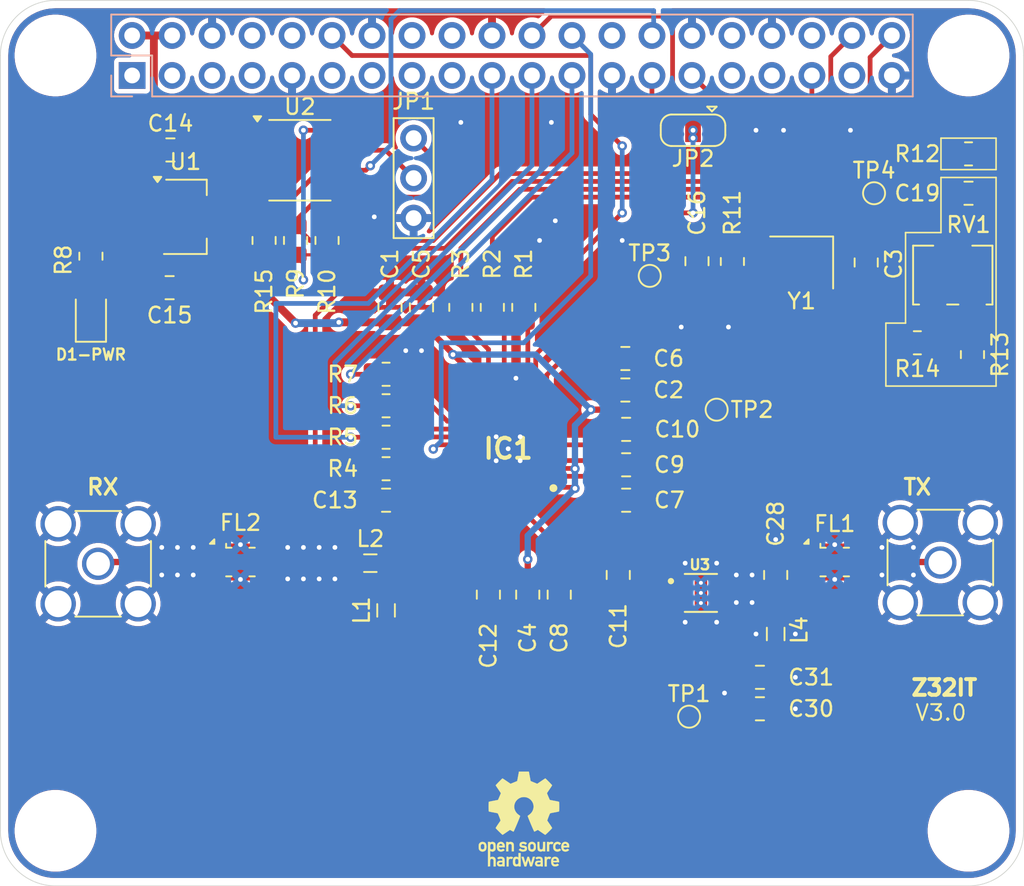
<source format=kicad_pcb>
(kicad_pcb (version 20241229) (generator "pcbnew") (generator_version "9.0")
  (title_block (date "2026-02-21") (rev "V3.0"))
  (layers (0 "F.Cu" signal) (2 "B.Cu" signal) (13 "F.Paste" user) (15 "B.Paste" user) (5 "F.SilkS" user "F.Silkscreen") (7 "B.SilkS" user "B.Silkscreen") (1 "F.Mask" user) (3 "B.Mask" user) (25 "Edge.Cuts" user))
  (net 0 "")
  (net 1 "+3V3")
  (net 2 "GND")
  (net 3 "Net-(IC1-VR_PA)")
  (net 4 "Net-(IC1-VR_ANAI)")
  (net 5 "Net-(IC1-VR_DIG)")
  (net 6 "Net-(IC1-RFO_P)")
  (net 7 "Net-(C11-Pad2)")
  (net 8 "Net-(IC1-RFO_N)")
  (net 9 "Net-(IC1-VR_ANA2)")
  (net 10 "Net-(D1-PWR1-A)")
  (net 11 "Net-(IC1-I_IN)")
  (net 12 "/TCXO")
  (net 13 "Net-(IC1-MISO)")
  (net 14 "Net-(IC1-SCK)")
  (net 18 "Net-(IC1-MOSI)")
  (net 19 "/RF-out")
  (net 20 "Net-(IC1-CK_OUT)")
  (net 21 "/DIO2")
  (net 22 "Net-(IC1-RFI)")
  (net 23 "/RST")
  (net 25 "Net-(IC1-I_OUT)")
  (net 26 "Net-(FL1-IN)")
  (net 29 "/GPIO25")
  (net 32 "/GPIO5")
  (net 33 "/ID_SC")
  (net 35 "/ID_SD")
  (net 36 "/I_OUT")
  (net 37 "/I_IN")
  (net 43 "Net-(FL1-OUT)")
  (net 44 "/SCK")
  (net 48 "/MISO")
  (net 49 "+5V")
  (net 54 "/MOSI")
  (net 55 "Net-(IC1-DIO2)")
  (net 56 "Net-(FL2-OUT)")
  (net 57 "Net-(FL2-IN)")
  (net 59 "unconnected-(IC1-DIO3-Pad24)")
  (net 60 "unconnected-(IC1-DIO0-Pad21)")
  (net 62 "/NSS")
  (net 63 "/CK_OUT")
  (net 65 "Net-(Y1-Tri-State)")
  (net 66 "Net-(R13-Pad2)")
  (net 67 "Net-(R14-Pad1)")
  (net 68 "Net-(JP1-C)")
  (net 69 "Net-(JP1-A)")
  (footprint "Resistor_SMD:R_0805_2012Metric" (layer "F.Cu") (at 161.5 79.75)
    (property "Reference" "R12")
    (property "Value" "0R" (hide yes))
  )
  (footprint "Capacitor_SMD:C_0805_2012Metric" (layer "F.Cu") (at 139.75 99.5)
    (property "Reference" "C9")
    (property "Value" "100n" (hide yes))
  )
  (footprint "Capacitor_SMD:C_0805_2012Metric" (layer "F.Cu") (at 139.7 94.75)
    (property "Reference" "C2")
    (property "Value" "10n" (hide yes))
  )
  (footprint "Resistor_SMD:R_0805_2012Metric" (layer "F.Cu") (at 161.75 92.5 90)
    (property "Reference" "R13")
    (property "Value" "8K2" (hide yes))
  )
  (footprint "Inductor_SMD:L_0805_2012Metric" (layer "F.Cu") (at 149.25 110.25 90)
    (property "Reference" "L4")
    (property "Value" "68nH" (hide yes))
  )
  (footprint "Capacitor_SMD:C_0805_2012Metric" (layer "F.Cu") (at 139.75 101.75)
    (property "Reference" "C7")
    (property "Value" "100n" (hide yes))
  )
  (footprint "Filter:Filter_Mini-Circuits_FV1206" (layer "F.Cu") (at 115.25 105.6775)
    (property "Reference" "FL2")
    (property "Value" "LFCN-490" (hide yes))
  )
  (footprint "MountingHole:MountingHole_2.7mm_M2.5_DIN965" (layer "F.Cu") (at 161.5 122.75)
    (property "Reference" "H2" (hide yes))
    (property "Value" "MountingHole" (hide yes))
  )
  (footprint "Connector_Coaxial:SMA_Amphenol_901-144_Vertical" (layer "F.Cu") (at 159.71 105.71)
    (property "Reference" "J1" (hide yes))
    (property "Value" "TX_SMA")
  )
  (footprint "Resistor_SMD:R_0805_2012Metric" (layer "F.Cu") (at 124.5 97.75)
    (property "Reference" "R5")
    (property "Value" "100R" (hide yes))
  )
  (footprint "Capacitor_SMD:C_0805_2012Metric" (layer "F.Cu") (at 139.7 92.75)
    (property "Reference" "C6")
    (property "Value" "100n" (hide yes))
  )
  (footprint "Resistor_SMD:R_0805_2012Metric" (layer "F.Cu") (at 146.5 86.5875 90)
    (property "Reference" "R11")
    (property "Value" "10K" (hide yes))
  )
  (footprint "TestPoint:TestPoint_Pad_D1.0mm" (layer "F.Cu") (at 143.75 115.5)
    (property "Reference" "TP1")
    (property "Value" "+5V")
  )
  (footprint "Capacitor_SMD:C_0805_2012Metric" (layer "F.Cu") (at 126.75 89.5 90)
    (property "Reference" "C5")
    (property "Value" "100n" (hide yes))
  )
  (footprint "Package_SO:SOIC-8_3.9x4.9mm_P1.27mm" (layer "F.Cu") (at 119.025 80.155)
    (property "Reference" "U2")
    (property "Value" "24LC256" (hide yes))
  )
  (footprint "Resistor_SMD:R_0805_2012Metric" (layer "F.Cu") (at 129.25 89.5 90)
    (property "Reference" "R3")
    (property "Value" "100R" (hide yes))
  )
  (footprint "Symbol:OSHW-Logo_5.7x6mm_SilkScreen" (layer "F.Cu") (at 133.25 122)
    (property "Reference" "REF**" (hide yes))
    (property "Value" "OSHW-Logo_5.7x6mm_SilkScreen" (hide yes))
  )
  (footprint "Capacitor_SMD:C_0805_2012Metric" (layer "F.Cu") (at 110.8 79.5)
    (property "Reference" "C14")
    (property "Value" "1u" (hide yes))
  )
  (footprint "Resistor_SMD:R_0805_2012Metric" (layer "F.Cu") (at 124.5 93.75)
    (property "Reference" "R7")
    (property "Value" "100R" (hide yes))
  )
  (footprint "Inductor_SMD:L_0805_2012Metric" (layer "F.Cu") (at 124.5 108.75 90)
    (property "Reference" "L1")
    (property "Value" "82n" (hide yes))
  )
  (footprint "Resistor_SMD:R_0805_2012Metric" (layer "F.Cu") (at 158.25 91.75 180)
    (property "Reference" "R14")
    (property "Value" "15K" (hide yes))
  )
  (footprint "MountingHole:MountingHole_2.7mm_M2.5_DIN965" (layer "F.Cu") (at 161.5 73.5)
    (property "Reference" "H3" (hide yes))
    (property "Value" "MountingHole" (hide yes))
  )
  (footprint "Capacitor_SMD:C_0805_2012Metric" (layer "F.Cu") (at 135.5 107.75 -90)
    (property "Reference" "C8")
    (property "Value" "100n" (hide yes))
  )
  (footprint "Resistor_SMD:R_0805_2012Metric" (layer "F.Cu") (at 124.5 95.75)
    (property "Reference" "R6")
    (property "Value" "100R" (hide yes))
  )
  (footprint "Crystal:Crystal_SMD_3225-4Pin_3.2x2.5mm" (layer "F.Cu") (at 150.9 86.65 180)
    (property "Reference" "Y1")
    (property "Value" "36.864MHz / 38.40MHz" (hide yes))
  )
  (footprint "Resistor_SMD:R_0805_2012Metric" (layer "F.Cu") (at 131.25 89.5 90)
    (property "Reference" "R2")
    (property "Value" "100R" (hide yes))
  )
  (footprint "Capacitor_SMD:C_0805_2012Metric" (layer "F.Cu") (at 139.25 106.5 -90)
    (property "Reference" "C11")
    (property "Value" "100p" (hide yes))
  )
  (footprint "Capacitor_SMD:C_0805_2012Metric" (layer "F.Cu") (at 131 107.75 -90)
    (property "Reference" "C12")
    (property "Value" "27p" (hide yes))
  )
  (footprint "Capacitor_SMD:C_0805_2012Metric" (layer "F.Cu") (at 149.25 106.5 90)
    (property "Reference" "C28")
    (property "Value" "100p" (hide yes))
  )
  (footprint "Capacitor_SMD:C_0805_2012Metric" (layer "F.Cu") (at 110.75 88.25)
    (property "Reference" "C15")
    (property "Value" "1u" (hide yes))
  )
  (footprint "TQP3M9036:SON50P200X200X95-9N" (layer "F.Cu") (at 144.5 107.64)
    (property "Reference" "U3")
    (property "Value" "TQP3M9036" (hide yes))
  )
  (footprint "PCM_fab:PinHeader_01x03_P2.54mm_Vertical_THT_D1mm" (layer "F.Cu") (at 126.25 78.75)
    (property "Reference" "JP1")
    (property "Value" "EPR Write Enable/Disable" (hide yes))
  )
  (footprint "Capacitor_SMD:C_0805_2012Metric" (layer "F.Cu") (at 161.5 82.25)
    (property "Reference" "C19")
    (property "Value" "100n" (hide yes))
  )
  (footprint "Resistor_SMD:R_0805_2012Metric" (layer "F.Cu") (at 118.75 85.25 90)
    (property "Reference" "R9")
    (property "Value" "3K9" (hide yes))
  )
  (footprint "Resistor_SMD:R_0805_2012Metric" (layer "F.Cu") (at 116.75 85.25 90)
    (property "Reference" "R15")
    (property "Value" "3K9" (hide yes))
  )
  (footprint "Capacitor_SMD:C_0805_2012Metric" (layer "F.Cu") (at 133.5 107.75 -90)
    (property "Reference" "C4")
    (property "Value" "10n" (hide yes))
  )
  (footprint "parts:QFN50P500X500X80-33N-D" (layer "F.Cu") (at 132.256 98.482 180)
    (property "Reference" "IC1")
    (property "Value" "SX1255" (hide yes))
  )
  (footprint "TestPoint:TestPoint_Pad_D1.0mm" (layer "F.Cu") (at 141.25 87.5)
    (property "Reference" "TP3")
    (property "Value" "OCS")
  )
  (footprint "MountingHole:MountingHole_2.7mm_M2.5_DIN965" (layer "F.Cu") (at 103.5 73.5)
    (property "Reference" "H4" (hide yes))
    (property "Value" "MountingHole" (hide yes))
  )
  (footprint "Resistor_SMD:R_0805_2012Metric" (layer "F.Cu") (at 120.75 85.25 90)
    (property "Reference" "R10")
    (property "Value" "10K" (hide yes))
  )
  (footprint "Filter:Filter_Mini-Circuits_FV1206" (layer "F.Cu") (at 153 105.6775)
    (property "Reference" "FL1")
    (property "Value" "LFCN-490" (hide yes))
  )
  (footprint "Resistor_SMD:R_0805_2012Metric" (layer "F.Cu") (at 105.75 86.25 -90)
    (property "Reference" "R8")
    (property "Value" "470R" (hide yes))
  )
  (footprint "Capacitor_SMD:C_0805_2012Metric" (layer "F.Cu") (at 148.25 115)
    (property "Reference" "C30")
    (property "Value" "1u" (hide yes))
  )
  (footprint "Capacitor_SMD:C_0805_2012Metric" (layer "F.Cu") (at 148.25 113 180)
    (property "Reference" "C31")
    (property "Value" "100p" (hide yes))
  )
  (footprint "Resistor_SMD:R_0805_2012Metric" (layer "F.Cu") (at 133.25 89.5 90)
    (property "Reference" "R1")
    (property "Value" "100R" (hide yes))
  )
  (footprint "Capacitor_SMD:C_0805_2012Metric" (layer "F.Cu") (at 155 86.65 90)
    (property "Reference" "C3")
    (property "Value" "100n" (hide yes))
  )
  (footprint "TestPoint:TestPoint_Pad_D1.0mm" (layer "F.Cu") (at 155.5 82.25)
    (property "Reference" "TP4")
    (property "Value" "Vcont.")
  )
  (footprint "Capacitor_SMD:C_0805_2012Metric" (layer "F.Cu") (at 139.75 97.25)
    (property "Reference" "C10")
    (property "Value" "100n" (hide yes))
  )
  (footprint "Inductor_SMD:L_0805_2012Metric" (layer "F.Cu") (at 123.5 105.75)
    (property "Reference" "L2")
    (property "Value" "39n" (hide yes))
  )
  (footprint "TestPoint:TestPoint_Pad_D1.0mm" (layer "F.Cu") (at 145.5 96)
    (property "Reference" "TP2")
    (property "Value" "+3V3")
  )
  (footprint "Capacitor_SMD:C_0805_2012Metric" (layer "F.Cu") (at 124.75 89.5 90)
    (property "Reference" "C1")
    (property "Value" "10n" (hide yes))
  )
  (footprint "MountingHole:MountingHole_2.7mm_M2.5_DIN965" (layer "F.Cu") (at 103.5 122.75)
    (property "Reference" "H1" (hide yes))
    (property "Value" "MountingHole" (hide yes))
  )
  (footprint "Potentiometer_SMD:Potentiometer_Bourns_3224W_Vertical" (layer "F.Cu") (at 160.5 87.45 180)
    (property "Reference" "RV1")
    (property "Value" "5K" (hide yes))
  )
  (footprint "Capacitor_SMD:C_0805_2012Metric" (layer "F.Cu") (at 144.25 86.5675 90)
    (property "Reference" "C16")
    (property "Value" "10p" (hide yes))
  )
  (footprint "Package_TO_SOT_SMD:SOT-89-3" (layer "F.Cu") (at 111.75 83.75)
    (property "Reference" "U1")
    (property "Value" "MCP1703Ax-330xxMB" (hide yes))
  )
  (footprint "Capacitor_SMD:C_0805_2012Metric" (layer "F.Cu") (at 124.5 101.75 180)
    (property "Reference" "C13")
    (property "Value" "100n" (hide yes))
  )
  (footprint "Resistor_SMD:R_0805_2012Metric" (layer "F.Cu") (at 124.5 99.75)
    (property "Reference" "R4")
    (property "Value" "100R" (hide yes))
  )
  (footprint "Connector_Coaxial:SMA_Amphenol_901-144_Vertical" (layer "F.Cu") (at 106.21 105.79)
    (property "Reference" "J2" (hide yes))
    (property "Value" "RX_SMA")
  )
  (footprint "Jumper:SolderJumper-3_P1.3mm_Open_RoundedPad1.0x1.5mm" (layer "F.Cu") (at 144 78.25 180)
    (property "Reference" "JP2")
    (property "Value" "RST_SEL" (hide yes))
  )
  (footprint "LED_SMD:LED_0805_2012Metric" (layer "F.Cu") (at 105.75 90 90)
    (property "Reference" "D1-PWR")
    (property "Value" "LED")
  )
  (footprint "Connector_PinSocket_2.54mm:PinSocket_2x20_P2.54mm_Vertical" (layer "B.Cu") (at 108.37 74.77 -90)
    (property "Reference" "J3" (hide yes))
    (property "Value" "RPi")
  )
  (gr_line (start 163.25 80.75) (end 163.25 78.75) (stroke (width 0.1)) (layer "F.SilkS"))
  (gr_line (start 163.25 94.5) (end 156.25 94.5) (stroke (width 0.1)) (layer "F.SilkS"))
  (gr_line (start 157.5 84.75) (end 159.75 84.75) (stroke (width 0.1)) (layer "F.SilkS"))
  (gr_line (start 163.25 78.75) (end 159.75 78.75) (stroke (width 0.1)) (layer "F.SilkS"))
  (gr_line (start 156.25 94.5) (end 156.25 90.5) (stroke (width 0.1)) (layer "F.SilkS"))
  (gr_line (start 163.25 81.25) (end 163.25 94.5) (stroke (width 0.1)) (layer "F.SilkS"))
  (gr_line (start 159.75 80.75) (end 163.25 80.75) (stroke (width 0.1)) (layer "F.SilkS"))
  (gr_line (start 157.5 90.5) (end 157.5 84.75) (stroke (width 0.1)) (layer "F.SilkS"))
  (gr_line (start 159.75 84.75) (end 159.75 81.25) (stroke (width 0.1)) (layer "F.SilkS"))
  (gr_line (start 159.75 78.75) (end 159.75 80.75) (stroke (width 0.1)) (layer "F.SilkS"))
  (gr_line (start 156.25 90.5) (end 157.5 90.5) (stroke (width 0.1)) (layer "F.SilkS"))
  (gr_line (start 159.75 81.25) (end 163.25 81.25) (stroke (width 0.1)) (layer "F.SilkS"))
  (gr_arc (start 100 73.5) (mid 101.025126 71.025126) (end 103.5 70) (stroke (width 0.05)) (layer "Edge.Cuts"))
  (gr_arc (start 165 122.75) (mid 163.974874 125.224874) (end 161.5 126.25) (stroke (width 0.05)) (layer "Edge.Cuts"))
  (gr_line (start 103.5 70) (end 161.5 70) (stroke (width 0.05)) (layer "Edge.Cuts"))
  (gr_arc (start 103.5 126.25) (mid 101.025126 125.224874) (end 100 122.75) (stroke (width 0.05)) (layer "Edge.Cuts"))
  (gr_arc (start 161.5 70) (mid 163.974874 71.025126) (end 165 73.5) (stroke (width 0.05)) (layer "Edge.Cuts"))
  (gr_line (start 161.5 126.25) (end 103.5 126.25) (stroke (width 0.05)) (layer "Edge.Cuts"))
  (gr_line (start 100 122.75) (end 100 73.5) (stroke (width 0.05)) (layer "Edge.Cuts"))
  (gr_line (start 165 73.5) (end 165 122.75) (stroke (width 0.05)) (layer "Edge.Cuts"))
  (gr_text "Z32IT" (at 157.75 114.25 0) (layer "F.SilkS") (effects (font (size 1 1) (thickness 0.25) (bold yes)) (justify left bottom)))
  (gr_text "V3.0" (at 159.75 115.25 0) (layer "F.SilkS") (effects (font (size 1 1))))
  (gr_text "TX" (at 158.25 101.5 0) (layer "F.SilkS") (effects (font (size 1 1) (thickness 0.2) (bold yes)) (justify bottom)))
  (gr_text "RX" (at 106.5 101.5 0) (layer "F.SilkS") (effects (font (size 1 1) (thickness 0.2) (bold yes)) (justify bottom)))
  (segment (start 110.3375 86.1625) (end 116.75 86.1625) (width 0.5) (layer "F.Cu") (net 1))
  (segment (start 118.75 90.5) (end 116.75 88.5) (width 0.5) (layer "F.Cu") (net 1))
  (segment (start 152 87.5) (end 154.9 87.5) (width 0.4) (layer "F.Cu") (net 1))
  (segment (start 109.7125 85.3375) (end 109.8 85.25) (width 0.2) (layer "F.Cu") (net 1))
  (segment (start 134.006 100.932) (end 136.432 100.932) (width 0.3) (layer "F.Cu") (net 1))
  (segment (start 121.5 90.45) (end 126.75 90.45) (width 0.5) (layer "F.Cu") (net 1))
  (segment (start 157.3375 91.75) (end 157.3375 89.9375) (width 0.35) (layer "F.Cu") (net 1))
  (segment (start 138.75 94.75) (end 138.75 96) (width 0.4) (layer "F.Cu") (net 1))
  (segment (start 152 87.5) (end 152 90.25) (width 0.4) (layer "F.Cu") (net 1))
  (segment (start 105.75 85.3375) (end 109.7125 85.3375) (width 0.25) (layer "F.Cu") (net 1))
  (segment (start 134.706 99.732) (end 136.482 99.732) (width 0.3) (layer "F.Cu") (net 1))
  (segment (start 119.25 87.75) (end 119.25 86.6625) (width 0.3) (layer "F.Cu") (net 1))
  (segment (start 134.006 101.256) (end 134.006 100.932) (width 0.2) (layer "F.Cu") (net 1))
  (segment (start 109.75 86.75) (end 110.3375 86.1625) (width 0.5) (layer "F.Cu") (net 1))
  (segment (start 119.25 78.25) (end 121.5 78.25) (width 0.3) (layer "F.Cu") (net 1))
  (segment (start 116.75 88.5) (end 116.75 86.1625) (width 0.5) (layer "F.Cu") (net 1))
  (segment (start 130.506 94.206) (end 126.75 90.45) (width 0.4) (layer "F.Cu") (net 1))
  (segment (start 136.432 100.932) (end 136.5 101) (width 0.2) (layer "F.Cu") (net 1))
  (segment (start 134.724 99.75) (end 134.706 99.732) (width 0.2) (layer "F.Cu") (net 1))
  (segment (start 152 90.25) (end 146.25 96) (width 0.4) (layer "F.Cu") (net 1))
  (segment (start 157.3375 89.9375) (end 155 87.6) (width 0.35) (layer "F.Cu") (net 1))
  (segment (start 136.482 99.732) (end 136.5 99.75) (width 0.2) (layer "F.Cu") (net 1))
  (segment (start 154.9 87.5) (end 155 87.6) (width 0.2) (layer "F.Cu") (net 1))
  (segment (start 133.5 105.5) (end 133.5 106.8) (width 0.4) (layer "F.Cu") (net 1))
  (segment (start 146.25 96) (end 138.75 96) (width 0.4) (layer "F.Cu") (net 1))
  (segment (start 116.75 86.1625) (end 118.75 86.1625) (width 0.2) (layer "F.Cu") (net 1))
  (segment (start 138.75 92.75) (end 138.75 94.75) (width 0.4) (layer "F.Cu") (net 1))
  (segment (start 118.75 86.1625) (end 120.75 86.1625) (width 0.2) (layer "F.Cu") (net 1))
  (segment (start 109.8 88.25) (end 109.8 85.25) (width 0.5) (layer "F.Cu") (net 1))
  (segment (start 135.5 106.8) (end 133.5 106.8) (width 0.4) (layer "F.Cu") (net 1))
  (segment (start 130.506 96.032) (end 130.506 94.206) (width 0.3) (layer "F.Cu") (net 1))
  (segment (start 138.75 96) (end 137.5 96) (width 0.4) (layer "F.Cu") (net 1))
  (segment (start 119.25 86.6625) (end 118.75 86.1625) (width 0.3) (layer "F.Cu") (net 1))
  (via (at 136.5 101) (size 0.6) (drill 0.3) (layers "F.Cu" "B.Cu") (net 1))
  (via (at 128.75 92.5) (size 0.6) (drill 0.3) (layers "F.Cu" "B.Cu") (net 1))
  (via (at 119.25 87.75) (size 0.6) (drill 0.3) (layers "F.Cu" "B.Cu") (net 1))
  (via (at 118.75 90.5) (size 0.6) (drill 0.3) (layers "F.Cu" "B.Cu") (net 1))
  (via (at 119.25 78.25) (size 0.6) (drill 0.3) (layers "F.Cu" "B.Cu") (net 1))
  (via (at 137.5 96) (size 0.6) (drill 0.3) (layers "F.Cu" "B.Cu") (net 1))
  (via (at 133.5 105.5) (size 0.6) (drill 0.3) (layers "F.Cu" "B.Cu") (net 1))
  (via (at 121.5 90.45) (size 0.6) (drill 0.3) (layers "F.Cu" "B.Cu") (net 1))
  (via (at 136.5 99.75) (size 0.6) (drill 0.3) (layers "F.Cu" "B.Cu") (net 1))
  (segment (start 136.5 101) (end 136.5 99.75) (width 0.4) (layer "B.Cu") (net 1))
  (segment (start 118.75 90.5) (end 121.45 90.5) (width 0.5) (layer "B.Cu") (net 1))
  (segment (start 136.5 99.75) (end 136.5 97) (width 0.4) (layer "B.Cu") (net 1))
  (segment (start 119.25 78.25) (end 119.25 87.75) (width 0.3) (layer "B.Cu") (net 1))
  (segment (start 133.5 105.5) (end 133.5 104) (width 0.4) (layer "B.Cu") (net 1))
  (segment (start 136.5 97) (end 137.5 96) (width 0.4) (layer "B.Cu") (net 1))
  (segment (start 134 92.5) (end 137.5 96) (width 0.4) (layer "B.Cu") (net 1))
  (segment (start 121.45 90.5) (end 121.5 90.45) (width 0.5) (layer "B.Cu") (net 1))
  (segment (start 128.75 92.5) (end 134 92.5) (width 0.4) (layer "B.Cu") (net 1))
  (segment (start 133.5 104) (end 136.5 101) (width 0.4) (layer "B.Cu") (net 1))
  (segment (start 145.495 106.89) (end 145.495 105.755) (width 0.25) (layer "F.Cu") (net 2))
  (segment (start 132.006 99.756) (end 131.494 99.244) (width 0.2) (layer "F.Cu") (net 2))
  (segment (start 143.505 109.495) (end 143.5 109.5) (width 0.2) (layer "F.Cu") (net 2))
  (segment (start 134.706 98.732) (end 133.53 98.732) (width 0.2) (layer "F.Cu") (net 2))
  (segment (start 145.495 109.495) (end 145.5 109.5) (width 0.2) (layer "F.Cu") (net 2))
  (segment (start 143.505 105.755) (end 143.5 105.75) (width 0.2) (layer "F.Cu") (net 2))
  (segment (start 133.53 98.732) (end 133.018 99.244) (width 0.2) (layer "F.Cu") (net 2))
  (segment (start 133.506 100.932) (end 133.506 99.732) (width 0.2) (layer "F.Cu") (net 2))
  (segment (start 133.506 97.232) (end 133.018 97.72) (width 0.2) (layer "F.Cu") (net 2))
  (segment (start 143.505 106.89) (end 143.505 105.755) (width 0.25) (layer "F.Cu") (net 2))
  (segment (start 145.495 105.755) (end 145.5 105.75) (width 0.2) (layer "F.Cu") (net 2))
  (segment (start 134.706 97.232) (end 133.506 97.232) (width 0.2) (layer "F.Cu") (net 2))
  (segment (start 131.006 99.732) (end 131.494 99.244) (width 0.2) (layer "F.Cu") (net 2))
  (segment (start 145.495 108.39) (end 145.495 109.495) (width 0.25) (layer "F.Cu") (net 2))
  (segment (start 133.506 99.732) (end 133.018 99.244) (width 0.2) (layer "F.Cu") (net 2))
  (segment (start 131.006 100.932) (end 131.006 99.732) (width 0.2) (layer "F.Cu") (net 2))
  (segment (start 132.006 100.932) (end 132.006 99.756) (width 0.2) (layer "F.Cu") (net 2))
  (segment (start 143.505 108.39) (end 143.505 109.495) (width 0.25) (layer "F.Cu") (net 2))
  (via (at 148 110.25) (size 0.6) (drill 0.3) (layers "F.Cu" "B.Cu") (net 2))
  (via (at 156 106.5) (size 0.6) (drill 0.3) (layers "F.Cu" "B.Cu") (net 2))
  (via (at 146.75 106.5) (size 0.6) (drill 0.3) (layers "F.Cu" "B.Cu") (net 2))
  (via (at 118.25 104.75) (size 0.6) (drill 0.3) (layers "F.Cu" "B.Cu") (net 2))
  (via (at 139.5 85.25) (size 0.6) (drill 0.3) (layers "F.Cu" "B.Cu") (net 2))
  (via (at 150.5 115) (size 0.6) (drill 0.3) (layers "F.Cu" "B.Cu") (net 2))
  (via (at 149.75 78.25) (size 0.6) (drill 0.3) (layers "F.Cu" "B.Cu") (net 2))
  (via (at 132.75 94) (size 0.6) (drill 0.3) (layers "F.Cu" "B.Cu") (net 2))
  (via (at 158 104.75) (size 0.6) (drill 0.3) (layers "F.Cu" "B.Cu") (net 2))
  (via (at 150.5 113) (size 0.6) (drill 0.3) (layers "F.Cu" "B.Cu") (net 2))
  (via (at 133.018 99.244) (size 0.6) (drill 0.3) (layers "F.Cu" "B.Cu") (net 2))
  (via (at 145.5 109.5) (size 0.6) (drill 0.3) (layers "F.Cu" "B.Cu") (net 2))
  (via (at 126.75 92.25) (size 0.6) (drill 0.3) (layers "F.Cu" "B.Cu") (net 2))
  (via (at 134.25 85.25) (size 0.6) (drill 0.3) (layers "F.Cu" "B.Cu") (net 2))
  (via (at 135 77.75) (size 0.6) (drill 0.3) (layers "F.Cu" "B.Cu") (net 2))
  (via (at 147.75 106.5) (size 0.6) (drill 0.3) (layers "F.Cu" "B.Cu") (net 2))
  (via (at 146.75 108.25) (size 0.6) (drill 0.3) (layers "F.Cu" "B.Cu") (net 2))
  (via (at 131.494 99.244) (size 0.6) (drill 0.3) (layers "F.Cu" "B.Cu") (net 2))
  (via (at 131.494 97.72) (size 0.6) (drill 0.3) (layers "F.Cu" "B.Cu") (net 2))
  (via (at 112.25 106.5) (size 0.6) (drill 0.3) (layers "F.Cu" "B.Cu") (net 2))
  (via (at 145.5 105.75) (size 0.6) (drill 0.3) (layers "F.Cu" "B.Cu") (net 2))
  (via (at 111.25 104.75) (size 0.6) (drill 0.3) (layers "F.Cu" "B.Cu") (net 2))
  (via (at 125.75 92.25) (size 0.6) (drill 0.3) (layers "F.Cu" "B.Cu") (net 2))
  (via (at 110.25 106.5) (size 0.6) (drill 0.3) (layers "F.Cu" "B.Cu") (net 2))
  (via (at 112.25 104.75) (size 0.6) (drill 0.3) (layers "F.Cu" "B.Cu") (net 2))
  (via (at 135.25 84) (size 0.6) (drill 0.3) (layers "F.Cu" "B.Cu") (net 2))
  (via (at 148 78.25) (size 0.6) (drill 0.3) (layers "F.Cu" "B.Cu") (net 2))
  (via (at 158 106.5) (size 0.6) (drill 0.3) (layers "F.Cu" "B.Cu") (net 2))
  (via (at 118.25 106.75) (size 0.6) (drill 0.3) (layers "F.Cu" "B.Cu") (net 2))
  (via (at 143.5 105.75) (size 0.6) (drill 0.3) (layers "F.Cu" "B.Cu") (net 2))
  (via (at 119.25 106.75) (size 0.6) (drill 0.3) (layers "F.Cu" "B.Cu") (net 2))
  (via (at 147.75 108.25) (size 0.6) (drill 0.3) (layers "F.Cu" "B.Cu") (net 2))
  (via (at 120.25 106.75) (size 0.6) (drill 0.3) (layers "F.Cu" "B.Cu") (net 2))
  (via (at 121.25 104.75) (size 0.6) (drill 0.3) (layers "F.Cu" "B.Cu") (net 2))
  (via (at 143.5 109.5) (size 0.6) (drill 0.3) (layers "F.Cu" "B.Cu") (net 2))
  (via (at 111.25 106.5) (size 0.6) (drill 0.3) (layers "F.Cu" "B.Cu") (net 2))
  (via (at 132.256 98.482) (size 0.6) (drill 0.3) (layers "F.Cu" "B.Cu") (net 2))
  (via (at 133.018 97.72) (size 0.6) (drill 0.3) (layers "F.Cu" "B.Cu") (net 2))
  (via (at 123.75 83.75) (size 0.6) (drill 0.3) (layers "F.Cu" "B.Cu") (net 2))
  (via (at 156 104.75) (size 0.6) (drill 0.3) (layers "F.Cu" "B.Cu") (net 2))
  (via (at 150.5 110.25) (size 0.6) (drill 0.3) (layers "F.Cu" "B.Cu") (net 2))
  (via (at 110.25 104.75) (size 0.6) (drill 0.3) (layers "F.Cu" "B.Cu") (net 2))
  (via (at 146 114) (size 0.6) (drill 0.3) (layers "F.Cu" "B.Cu") (net 2))
  (via (at 143.25 90.75) (size 0.6) (drill 0.3) (layers "F.Cu" "B.Cu") (net 2))
  (via (at 146.25 90.75) (size 0.6) (drill 0.3) (layers "F.Cu" "B.Cu") (net 2))
  (via (at 121.25 106.75) (size 0.6) (drill 0.3) (layers "F.Cu" "B.Cu") (net 2))
  (via (at 149.25 104.25) (size 0.6) (drill 0.3) (layers "F.Cu" "B.Cu") (net 2))
  (via (at 119.25 104.75) (size 0.6) (drill 0.3) (layers "F.Cu" "B.Cu") (net 2))
  (via (at 154 78.25) (size 0.6) (drill 0.3) (layers "F.Cu" "B.Cu") (net 2))
  (via (at 129.25 77.75) (size 0.6) (drill 0.3) (layers "F.Cu" "B.Cu") (net 2))
  (via (at 120.25 104.75) (size 0.6) (drill 0.3) (layers "F.Cu" "B.Cu") (net 2))
  (segment (start 137.282 100.232) (end 138.8 101.75) (width 0.3) (layer "F.Cu") (net 3))
  (segment (start 134.706 100.232) (end 137.282 100.232) (width 0.3) (layer "F.Cu") (net 3))
  (segment (start 134.706 99.232) (end 134.724 99.25) (width 0.2) (layer "F.Cu") (net 4))
  (segment (start 134.706 99.232) (end 138.532 99.232) (width 0.3) (layer "F.Cu") (net 4))
  (segment (start 138.532 99.232) (end 138.8 99.5) (width 0.2) (layer "F.Cu") (net 4))
  (segment (start 134.706 98.232) (end 137.818 98.232) (width 0.3) (layer "F.Cu") (net 5))
  (segment (start 137.818 98.232) (end 138.8 97.25) (width 0.3) (layer "F.Cu") (net 5))
  (segment (start 137.775 105.55) (end 139.25 105.55) (width 0.3) (layer "F.Cu") (net 6))
  (segment (start 135.257017 104.507017) (end 133.474104 102.724104) (width 0.3) (layer "F.Cu") (net 6))
  (segment (start 133.006 101.594) (end 133.006 100.932) (width 0.3) (layer "F.Cu") (net 6))
  (arc (start 135.257017 104.507017) (mid 136.412277 105.278937) (end 137.775 105.55) (width 0.3) (layer "F.Cu") (net 6))
  (arc (start 133.006 101.594) (mid 133.127656 102.205608) (end 133.474104 102.724104) (width 0.3) (layer "F.Cu") (net 6))
  (segment (start 139.31 107.39) (end 139.25 107.45) (width 0.2) (layer "F.Cu") (net 7))
  (segment (start 139.44 107.39) (end 139.25 107.2) (width 0.2) (layer "F.Cu") (net 7))
  (segment (start 143.505 107.39) (end 139.31 107.39) (width 0.3) (layer "F.Cu") (net 7))
  (segment (start 132.506 103.744) (end 131 105.25) (width 0.3) (layer "F.Cu") (net 8))
  (segment (start 131 105.25) (end 131 106.8) (width 0.3) (layer "F.Cu") (net 8))
  (segment (start 132.506 100.932) (end 132.506 103.744) (width 0.3) (layer "F.Cu") (net 8))
  (segment (start 126.268 100.932) (end 130.506 100.932) (width 0.3) (layer "F.Cu") (net 9))
  (segment (start 125.45 101.75) (end 126.268 100.932) (width 0.3) (layer "F.Cu") (net 9))
  (segment (start 105.75 87.1625) (end 105.75 89.0625) (width 0.25) (layer "F.Cu") (net 10))
  (segment (start 132.006 91.1685) (end 131.25 90.4125) (width 0.3) (layer "F.Cu") (net 11))
  (segment (start 132.006 96.032) (end 132.006 91.1685) (width 0.3) (layer "F.Cu") (net 11))
  (segment (start 149.775 87.475) (end 149.8 87.5) (width 0.2) (layer "F.Cu") (net 12))
  (segment (start 144.2675 87.5) (end 144.25 87.5175) (width 0.2) (layer "F.Cu") (net 12))
  (segment (start 146.5 87.5) (end 144.2675 87.5) (width 0.3) (layer "F.Cu") (net 12))
  (segment (start 140.9825 87.5175) (end 134.706 93.794) (width 0.3) (layer "F.Cu") (net 12))
  (segment (start 144.25 87.5175) (end 140.9825 87.5175) (width 0.3) (layer "F.Cu") (net 12))
  (segment (start 134.706 93.794) (end 134.706 96.732) (width 0.3) (layer "F.Cu") (net 12))
  (segment (start 149.8 87.5) (end 146.5 87.5) (width 0.3) (layer "F.Cu") (net 12))
  (segment (start 129.806 97.232) (end 126.8945 97.232) (width 0.3) (layer "F.Cu") (net 13))
  (segment (start 129.798764 97.224764) (end 129.806 97.232) (width 0.2) (layer "F.Cu") (net 13))
  (segment (start 126.8945 97.232) (end 125.4125 95.75) (width 0.3) (layer "F.Cu") (net 13))
  (segment (start 129.806 96.732) (end 128.3945 96.732) (width 0.3) (layer "F.Cu") (net 14))
  (segment (start 128.3945 96.732) (end 125.4125 93.75) (width 0.3) (layer "F.Cu") (net 14))
  (segment (start 129.806 97.732) (end 125.4305 97.732) (width 0.3) (layer "F.Cu") (net 18))
  (segment (start 125.4305 97.732) (end 125.4125 97.75) (width 0.2) (layer "F.Cu") (net 18))
  (segment (start 145.495 107.39) (end 149.19 107.39) (width 0.3) (layer "F.Cu") (net 19))
  (segment (start 149.25 107.45) (end 149.25 109.1875) (width 0.4) (layer "F.Cu") (net 19))
  (segment (start 149.19 107.39) (end 149.25 107.45) (width 0.2) (layer "F.Cu") (net 19))
  (segment (start 133.506 90.6685) (end 133.25 90.4125) (width 0.2) (layer "F.Cu") (net 20))
  (segment (start 133.506 96.032) (end 133.506 90.6685) (width 0.3) (layer "F.Cu") (net 20))
  (segment (start 151.55 81.5) (end 132.5 81.5) (width 0.3) (layer "F.Cu") (net 21))
  (segment (start 128.25 85.75) (end 124.25 85.75) (width 0.3) (layer "F.Cu") (net 21))
  (segment (start 120 90) (end 120 99.75) (width 0.3) (layer "F.Cu") (net 21))
  (segment (start 132.5 81.5) (end 128.25 85.75) (width 0.3) (layer "F.Cu") (net 21))
  (segment (start 124.25 85.75) (end 120 90) (width 0.3) (layer "F.Cu") (net 21))
  (segment (start 151.55 74.77) (end 151.55 81.5) (width 0.3) (layer "F.Cu") (net 21))
  (segment (start 120 99.75) (end 123.5875 99.75) (width 0.3) (layer "F.Cu") (net 21))
  (segment (start 131.275493 102.474506) (end 129.215339 104.53466) (width 0.3) (layer "F.Cu") (net 22))
  (segment (start 124.5625 107.625) (end 124.5 107.6875) (width 0.2) (layer "F.Cu") (net 22))
  (segment (start 131.521457 100.947457) (end 131.506 100.932) (width 0.2) (layer "F.Cu") (net 22))
  (segment (start 124.5625 105.75) (end 124.5625 107.625) (width 0.3) (layer "F.Cu") (net 22))
  (segment (start 131.5 101.9325) (end 131.5 101.615) (width 0.3) (layer "F.Cu") (net 22))
  (segment (start 131.5 100.938001) (end 131.506 100.932001) (width 0.2) (layer "F.Cu") (net 22))
  (segment (start 126.28125 105.75) (end 124.5625 105.75) (width 0.3) (layer "F.Cu") (net 22))
  (segment (start 131.506 100.932) (end 131.506 101.609) (width 0.3) (layer "F.Cu") (net 22))
  (segment (start 131.506 101.609) (end 131.5 101.615) (width 0.2) (layer "F.Cu") (net 22))
  (arc (start 129.215339 104.53466) (mid 127.869167 105.434143) (end 126.28125 105.75) (width 0.3) (layer "F.Cu") (net 22))
  (arc (start 131.5 101.9325) (mid 131.441652 102.225831) (end 131.275493 102.474506) (width 0.3) (layer "F.Cu") (net 22))
  (segment (start 143 83.5) (end 144 83.5) (width 0.3) (layer "F.Cu") (net 23))
  (segment (start 134.006 92.494) (end 134.006 96.032) (width 0.3) (layer "F.Cu") (net 23))
  (segment (start 134.006 92.494) (end 143 83.5) (width 0.3) (layer "F.Cu") (net 23))
  (via (at 144 78.25) (size 0.6) (drill 0.3) (layers "F.Cu" "B.Cu") (net 23))
  (via (at 144 78.75) (size 0.6) (drill 0.3) (layers "F.Cu" "B.Cu") (net 23))
  (via (at 144 83.5) (size 0.6) (drill 0.3) (layers "F.Cu" "B.Cu") (net 23))
  (segment (start 144 78.25) (end 144 83.5) (width 0.3) (layer "B.Cu") (net 23))
  (segment (start 144 78.75) (end 144 78.25) (width 0.3) (layer "B.Cu") (net 23))
  (segment (start 131.006 92.1685) (end 129.25 90.4125) (width 0.3) (layer "F.Cu") (net 25))
  (segment (start 131.006 96.032) (end 131.006 92.1685) (width 0.3) (layer "F.Cu") (net 25))
  (segment (start 151.2475 105.55) (end 151.375 105.6775) (width 0.2) (layer "F.Cu") (net 26))
  (segment (start 149.25 105.55) (end 151.2475 105.55) (width 0.4) (layer "F.Cu") (net 26))
  (segment (start 135 71) (end 142.25 71) (width 0.3) (layer "F.Cu") (net 29))
  (segment (start 142.25 71) (end 142.7 71.45) (width 0.3) (layer "F.Cu") (net 29))
  (segment (start 142.7 71.45) (end 142.7 78.25) (width 0.3) (layer "F.Cu") (net 29))
  (segment (start 133.77 72.23) (end 135 71) (width 0.3) (layer "F.Cu") (net 29))
  (segment (start 145.3 76.14) (end 145.3 78.25) (width 0.3) (layer "F.Cu") (net 32))
  (segment (start 143.93 74.77) (end 145.3 76.14) (width 0.3) (layer "F.Cu") (net 32))
  (segment (start 121.5 80.79) (end 123.21 80.79) (width 0.3) (layer "F.Cu") (net 33))
  (segment (start 116.75 84.3375) (end 120.2975 80.79) (width 0.3) (layer "F.Cu") (net 33))
  (segment (start 120.2975 80.79) (end 121.5 80.79) (width 0.3) (layer "F.Cu") (net 33))
  (segment (start 123.21 80.79) (end 123.5 80.5) (width 0.3) (layer "F.Cu") (net 33))
  (via (at 123.5 80.5) (size 0.6) (drill 0.3) (layers "F.Cu" "B.Cu") (net 33))
  (segment (start 141.5 72.12) (end 141.39 72.23) (width 0.3) (layer "B.Cu") (net 33))
  (segment (start 123.5 80.5) (end 124.811 79.189) (width 0.3) (layer "B.Cu") (net 33))
  (segment (start 125.349 70.651) (end 141.5 70.651) (width 0.3) (layer "B.Cu") (net 33))
  (segment (start 124.811 79.189) (end 124.811 71.189) (width 0.3) (layer "B.Cu") (net 33))
  (segment (start 141.5 70.651) (end 141.5 72.12) (width 0.3) (layer "B.Cu") (net 33))
  (segment (start 124.811 71.189) (end 125.349 70.651) (width 0.3) (layer "B.Cu") (net 33))
  (segment (start 141.39 81) (end 131.75 81) (width 0.3) (layer "F.Cu") (net 35))
  (segment (start 127.5 85.25) (end 119.6625 85.25) (width 0.3) (layer "F.Cu") (net 35))
  (segment (start 131.75 81) (end 127.5 85.25) (width 0.3) (layer "F.Cu") (net 35))
  (segment (start 118.75 84.3375) (end 118.75 84) (width 0.3) (layer "F.Cu") (net 35))
  (segment (start 120.69 82.06) (end 121.5 82.06) (width 0.3) (layer "F.Cu") (net 35))
  (segment (start 141.39 74.77) (end 141.39 81) (width 0.3) (layer "F.Cu") (net 35))
  (segment (start 118.75 84) (end 120.69 82.06) (width 0.3) (layer "F.Cu") (net 35))
  (segment (start 119.6625 85.25) (end 118.75 84.3375) (width 0.3) (layer "F.Cu") (net 35))
  (segment (start 129.25 85.75) (end 129.25 88.5875) (width 0.3) (layer "F.Cu") (net 36))
  (segment (start 152.75 73.57) (end 152.75 82) (width 0.3) (layer "F.Cu") (net 36))
  (segment (start 133 82) (end 129.25 85.75) (width 0.3) (layer "F.Cu") (net 36))
  (segment (start 152.75 82) (end 133 82) (width 0.3) (layer "F.Cu") (net 36))
  (segment (start 154.09 72.23) (end 152.75 73.57) (width 0.3) (layer "F.Cu") (net 36))
  (segment (start 155.25 80.25) (end 153 82.5) (width 0.3) (layer "F.Cu") (net 37))
  (segment (start 153 82.5) (end 133.75 82.5) (width 0.3) (layer "F.Cu") (net 37))
  (segment (start 131.25 85) (end 131.25 88.5875) (width 0.3) (layer "F.Cu") (net 37))
  (segment (start 155.25 73.61) (end 155.25 80.25) (width 0.3) (layer "F.Cu") (net 37))
  (segment (start 133.75 82.5) (end 131.25 85) (width 0.3) (layer "F.Cu") (net 37))
  (segment (start 156.63 72.23) (end 155.25 73.61) (width 0.3) (layer "F.Cu") (net 37))
  (segment (start 159.6775 105.6775) (end 159.71 105.71) (width 0.2) (layer "F.Cu") (net 43))
  (segment (start 154.625 105.6775) (end 159.6775 105.6775) (width 0.4) (layer "F.Cu") (net 43))
  (segment (start 159.875 105.875) (end 159.71 105.71) (width 0.2) (layer "F.Cu") (net 43))
  (segment (start 122.25 93.75) (end 123.5875 93.75) (width 0.3) (layer "F.Cu") (net 44))
  (segment (start 136.31 75.19) (end 136.31 74.77) (width 0.2) (layer "F.Cu") (net 44))
  (via (at 122.25 93.75) (size 0.6) (drill 0.3) (layers "F.Cu" "B.Cu") (net 44))
  (segment (start 136.31 74.77) (end 136.31 79.69) (width 0.3) (layer "B.Cu") (net 44))
  (segment (start 136.31 79.69) (end 122.25 93.75) (width 0.3) (layer "B.Cu") (net 44))
  (segment (start 122.25 95.75) (end 123.5875 95.75) (width 0.3) (layer "F.Cu") (net 48))
  (via (at 122.25 95.75) (size 0.6) (drill 0.3) (layers "F.Cu" "B.Cu") (net 48))
  (segment (start 133.77 80.48) (end 121.25 93) (width 0.3) (layer "B.Cu") (net 48))
  (segment (start 121.25 93) (end 121.25 95.75) (width 0.3) (layer "B.Cu") (net 48))
  (segment (start 121.25 95.75) (end 122.25 95.75) (width 0.3) (layer "B.Cu") (net 48))
  (segment (start 133.77 74.77) (end 133.77 80.48) (width 0.3) (layer "B.Cu") (net 48))
  (segment (start 109.521 79.171) (end 109.85 79.5) (width 0.2) (layer "F.Cu") (net 49))
  (segment (start 149.25 111.3125) (end 149.25 112.95) (width 0.4) (layer "F.Cu") (net 49))
  (segment (start 109.8875 83.75) (end 108 83.75) (width 0.5) (layer "F.Cu") (net 49))
  (segment (start 109.75 78.9) (end 109.85 79) (width 0.2) (layer "F.Cu") (net 49))
  (segment (start 149.2 113) (end 149.2 115) (width 0.4) (layer "F.Cu") (net 49))
  (segment (start 110 78.942) (end 109.771 79.171) (width 0.2) (layer "F.Cu") (net 49))
  (segment (start 143.75 115.5) (end 143.75 117.75) (width 0.2) (layer "F.Cu") (net 49))
  (segment (start 149.2 116.8) (end 149.2 115) (width 0.5) (layer "F.Cu") (net 49))
  (segment (start 101.5 86) (end 108 79.5) (width 0.5) (layer "F.Cu") (net 49))
  (segment (start 108 83.75) (end 108 79.5) (width 0.5) (layer "F.Cu") (net 49))
  (segment (start 101.5 118) (end 101.5 86) (width 0.5) (layer "F.Cu") (net 49))
  (segment (start 148 118) (end 149.2 116.8) (width 0.5) (layer "F.Cu") (net 49))
  (segment (start 108.37 72.23) (end 109.75 72.23) (width 0.5) (layer "F.Cu") (net 49))
  (segment (start 149.25 112.95) (end 149.2 113) (width 0.2) (layer "F.Cu") (net 49))
  (segment (start 109.759 78.909) (end 109.85 79) (width 0.2) (layer "F.Cu") (net 49))
  (segment (start 144 118) (end 101.5 118) (width 0.5) (layer "F.Cu") (net 49))
  (segment (start 109.75 72.23) (end 110.91 72.23) (width 0.5) (layer "F.Cu") (net 49))
  (segment (start 143.75 117.75) (end 144 118) (width 0.2) (layer "F.Cu") (net 49))
  (segment (start 109.75 78.942) (end 109.75 72.23) (width 0.5) (layer "F.Cu") (net 49))
  (segment (start 144 118) (end 148 118) (width 0.5) (layer "F.Cu") (net 49))
  (segment (start 108 79.5) (end 109.85 79.5) (width 0.5) (layer "F.Cu") (net 49))
  (segment (start 122.25 97.75) (end 123.5875 97.75) (width 0.3) (layer "F.Cu") (net 54))
  (via (at 122.25 97.75) (size 0.6) (drill 0.3) (layers "F.Cu" "B.Cu") (net 54))
  (segment (start 123.375 89.25) (end 117.5 89.25) (width 0.3) (layer "B.Cu") (net 54))
  (segment (start 131.23 81.395) (end 123.375 89.25) (width 0.3) (layer "B.Cu") (net 54))
  (segment (start 117.5 97.75) (end 122.25 97.75) (width 0.3) (layer "B.Cu") (net 54))
  (segment (start 117.5 89.25) (end 117.5 97.75) (width 0.3) (layer "B.Cu") (net 54))
  (segment (start 131.23 74.77) (end 131.23 81.395) (width 0.3) (layer "B.Cu") (net 54))
  (segment (start 125.4305 99.732) (end 125.4125 99.75) (width 0.2) (layer "F.Cu") (net 55))
  (segment (start 129.806 99.732) (end 125.4305 99.732) (width 0.3) (layer "F.Cu") (net 55))
  (segment (start 122.4375 105.75) (end 116.9475 105.75) (width 0.4) (layer "F.Cu") (net 56))
  (segment (start 116.9475 105.75) (end 116.875 105.6775) (width 0.2) (layer "F.Cu") (net 56))
  (segment (start 106.559602 105.6775) (end 106.54 105.657898) (width 0.2) (layer "F.Cu") (net 57))
  (segment (start 113.625 105.6775) (end 106.559602 105.6775) (width 0.4) (layer "F.Cu") (net 57))
  (segment (start 129.768 100.232) (end 129.806 100.232) (width 0.2) (layer "F.Cu") (net 59))
  (segment (start 129.788 98.75) (end 129.806 98.732) (width 0.2) (layer "F.Cu") (net 60))
  (segment (start 127.768 98.232) (end 127.5 98.5) (width 0.3) (layer "F.Cu") (net 62))
  (segment (start 129.806 98.232) (end 127.768 98.232) (width 0.3) (layer "F.Cu") (net 62))
  (via (at 127.5 98.5) (size 0.6) (drill 0.3) (layers "F.Cu" "B.Cu") (net 62))
  (segment (start 127.5 98.5) (end 128 98) (width 0.3) (layer "B.Cu") (net 62))
  (segment (start 133.25 91.75) (end 137.5 87.5) (width 0.3) (layer "B.Cu") (net 62))
  (segment (start 128 91.75) (end 133.25 91.75) (width 0.3) (layer "B.Cu") (net 62))
  (segment (start 137.5 73.42) (end 136.31 72.23) (width 0.3) (layer "B.Cu") (net 62))
  (segment (start 128 98) (end 128 91.75) (width 0.3) (layer "B.Cu") (net 62))
  (segment (start 137.5 87.5) (end 137.5 73.42) (width 0.3) (layer "B.Cu") (net 62))
  (segment (start 137.5 73.5) (end 137.5 77.25) (width 0.3) (layer "F.Cu") (net 63))
  (segment (start 139.5 83.5) (end 134.4125 88.5875) (width 0.3) (layer "F.Cu") (net 63))
  (segment (start 137.5 77.25) (end 139.5 79.25) (width 0.3) (layer "F.Cu") (net 63))
  (segment (start 134.4125 88.5875) (end 133.25 88.5875) (width 0.3) (layer "F.Cu") (net 63))
  (segment (start 122.34 73.5) (end 137.5 73.5) (width 0.3) (layer "F.Cu") (net 63))
  (segment (start 121.07 72.23) (end 122.34 73.5) (width 0.3) (layer "F.Cu") (net 63))
  (via (at 139.5 79.25) (size 0.6) (drill 0.3) (layers "F.Cu" "B.Cu") (net 63))
  (via (at 139.5 83.5) (size 0.6) (drill 0.3) (layers "F.Cu" "B.Cu") (net 63))
  (segment (start 139.5 79.25) (end 139.5 83.5) (width 0.3) (layer "B.Cu") (net 63))
  (segment (start 160.55 85.95) (end 160.5 86) (width 0.2) (layer "F.Cu") (net 65))
  (segment (start 160.5875 79.75) (end 160.5875 82.2125) (width 0.35) (layer "F.Cu") (net 65))
  (segment (start 152 85.75) (end 152 85.8) (width 0.2) (layer "F.Cu") (net 65))
  (segment (start 155.5 82.25) (end 160.55 82.25) (width 0.35) (layer "F.Cu") (net 65))
  (segment (start 160.5875 82.2125) (end 160.55 82.25) (width 0.2) (layer "F.Cu") (net 65))
  (segment (start 155.5 82.25) (end 152 85.75) (width 0.35) (layer "F.Cu") (net 65))
  (segment (start 160.55 82.25) (end 160.55 85.95) (width 0.35) (layer "F.Cu") (net 65))
  (segment (start 161.75 88.9) (end 161.75 91.5875) (width 0.35) (layer "F.Cu") (net 66))
  (segment (start 159.25 91.6625) (end 159.1625 91.75) (width 0.2) (layer "F.Cu") (net 67))
  (segment (start 159.25 88.9) (end 159.25 91.6625) (width 0.35) (layer "F.Cu") (net 67))
  (segment (start 124.48 79.52) (end 126.25 81.29) (width 0.3) (layer "F.Cu") (net 68))
  (segment (start 121.5 79.52) (end 124.48 79.52) (width 0.3) (layer "F.Cu") (net 68))
  (segment (start 120.75 84.3375) (end 121.45 84.3375) (width 0.3) (layer "F.Cu") (net 69))
  (segment (start 123.2875 82.5) (end 127.75 82.5) (width 0.3) (layer "F.Cu") (net 69))
  (segment (start 121.45 84.3375) (end 123.2875 82.5) (width 0.3) (layer "F.Cu") (net 69))
  (segment (start 127.75 80.25) (end 126.25 78.75) (width 0.3) (layer "F.Cu") (net 69))
  (segment (start 127.75 82.5) (end 127.75 80.25) (width 0.3) (layer "F.Cu") (net 69))
  (segment (start 126.25 79.25) (end 126.25 78.75) (width 0.2) (layer "F.Cu") (net 69))
  (zone (net 2) (net_name "GND") (layers "F.Cu" "B.Cu") (connect_pads (clearance 0.3)) (min_thickness 0.25) (fill yes (thermal_gap 0.3) (thermal_bridge_width 0.5))
    (polygon (pts (xy 100 126.25) (xy 165 126.25) (xy 165 70) (xy 100 70)))
  )
)
</source>
